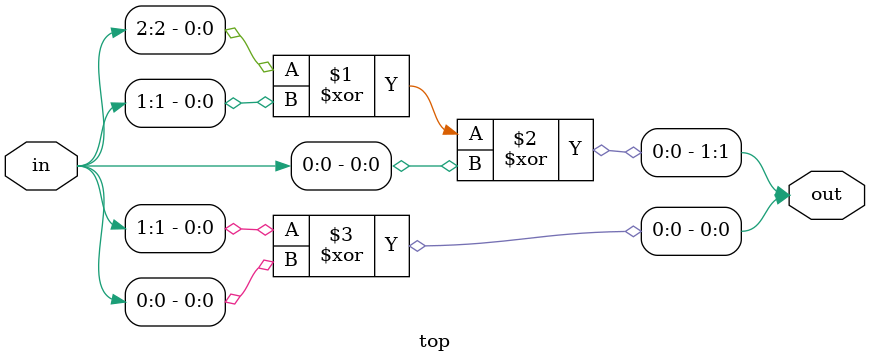
<source format=sv>
module top (
    input [2:0] in,
    output [1:0] out
);

    assign out[1] = in[2] ^ in[1] ^ in[0];
    assign out[0] = in[1] ^ in[0];

endmodule

</source>
